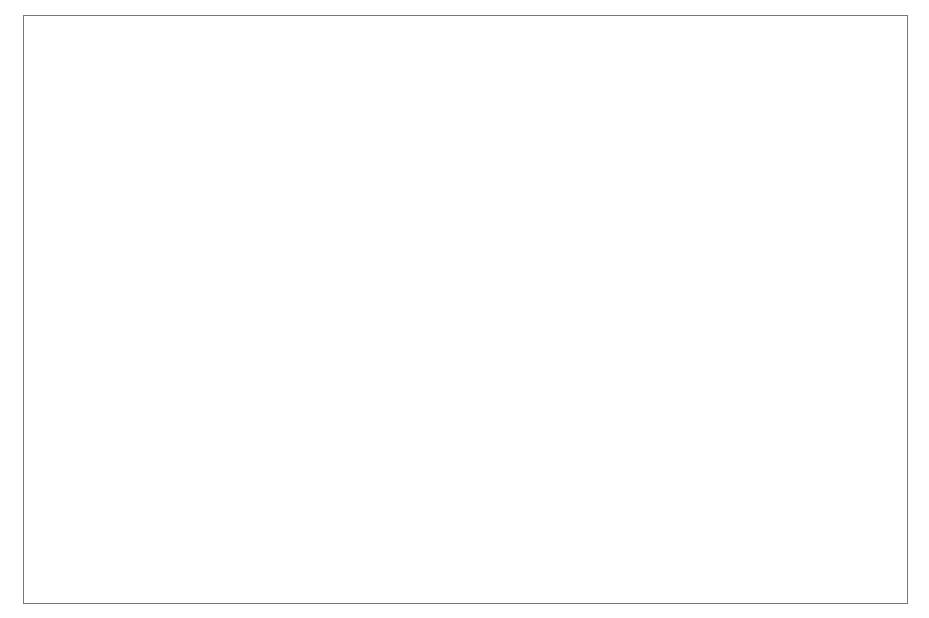
<source format=gbr>
%TF.GenerationSoftware,KiCad,Pcbnew,(6.0.2)*%
%TF.CreationDate,2022-04-01T11:25:42+02:00*%
%TF.ProjectId,iot node,696f7420-6e6f-4646-952e-6b696361645f,rev?*%
%TF.SameCoordinates,Original*%
%TF.FileFunction,Profile,NP*%
%FSLAX46Y46*%
G04 Gerber Fmt 4.6, Leading zero omitted, Abs format (unit mm)*
G04 Created by KiCad (PCBNEW (6.0.2)) date 2022-04-01 11:25:42*
%MOMM*%
%LPD*%
G01*
G04 APERTURE LIST*
%TA.AperFunction,Profile*%
%ADD10C,0.100000*%
%TD*%
G04 APERTURE END LIST*
D10*
X88400000Y-147050000D02*
X163250000Y-147050000D01*
X163250000Y-147050000D02*
X163250000Y-97300000D01*
X163250000Y-97300000D02*
X88400000Y-97300000D01*
X88400000Y-97300000D02*
X88400000Y-147050000D01*
M02*

</source>
